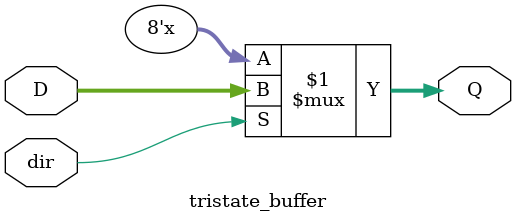
<source format=sv>
 module tristate_inout_buffer
(
inout tri [7:0]D_in,
input logic OE_in,
input logic DIR_in_from_in_to_out,
input logic sel,

inout tri [7:0] D_out,
output tri OE_out,
output tri DIR_out
);

logic DIR_in_from_out_to_in;
assign DIR_in_from_out_to_in = !DIR_in_from_in_to_out;

tristate_buffer buffer_in_to_out
(
D_in[7:0],
DIR_in_from_in_to_out,
D_out[7:0],
);
tristate_buffer buffer_out_to_in
(
D_out[7:0],
DIR_in_from_out_to_in,
D_in[7:0],
);



assign OE_out 	= sel ? OE_in : 1'bz;
assign DIR_out 	= sel ? DIR_in_from_in_to_out : 1'bz;

endmodule 




 module tristate_buffer
(
input logic [7:0]D,
input logic dir,
output tri [7:0] Q
);
assign Q 	= dir ? D : 8'bz;

endmodule 



</source>
